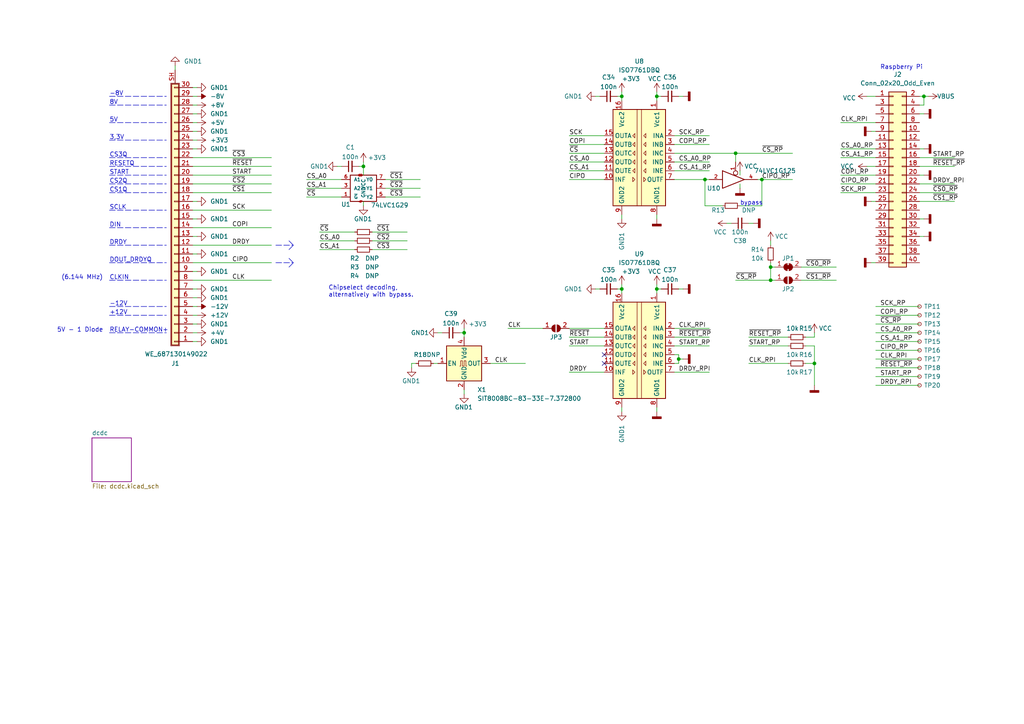
<source format=kicad_sch>
(kicad_sch (version 20210621) (generator eeschema)
  (paper "A4")
  (lib_symbols
    (symbol "74xGxx:74LVC1G125" (pin_names (offset 1.016))
      (property "Reference" "U" (at -2.54 3.81 0))
      (property "Value" "74LVC1G125" (at 0 -3.81 0))
      (symbol "74LVC1G125_1_1"
        (pin input inverted (at 0 5.08 270) (length 3.81) (name "~") (number "1"))
        (pin input line (at -7.62 0 0) (length 3.81) (name "~") (number "2"))
        (pin power_in line (at 1.27 -1.27 270) (length 0) hide (name "GND") (number "3"))
        (pin tri_state line (at 6.35 0 180) (length 3.81) (name "~") (number "4"))
        (pin power_in line (at 1.27 1.27 90) (length 0) hide (name "VCC") (number "5"))
      )
    )
    (symbol "74xGxx:74LVC1G29" (pin_names (offset 1.016))
      (property "Reference" "U1" (at -5.08 -4.6694 0))
      (property "Value" "74LVC1G29" (at 7.62 -4.9045 0))
      (symbol "74LVC1G29_1_1"
        (pin input line (at -6.35 -2.54 0) (length 2.54) (name "~{G}") (number "1"))
        (pin output line (at 6.35 0 180) (length 2.54) (name "Y1") (number "2"))
        (pin input line (at -6.35 0 0) (length 2.54) (name "A2") (number "3"))
        (pin power_in line (at 0 -3.81 90) (length 0) (name "GND") (number "4"))
        (pin output line (at 6.35 -2.54 180) (length 2.54) (name "Y2") (number "5"))
        (pin input line (at -6.35 2.54 0) (length 2.54) (name "A1") (number "6"))
        (pin output line (at 6.35 2.54 180) (length 2.54) (name "Y0") (number "7"))
        (pin power_in line (at 0 3.81 270) (length 0) (name "VCC") (number "8"))
      )
    )
    (symbol "Connector:TestPoint_Small" (pin_numbers hide) (pin_names (offset 0.762) hide)
      (property "Reference" "TP" (at 0 3.81 0))
      (property "Value" "TestPoint_Small" (at 0 2.032 0))
      (symbol "TestPoint_Small_1_1"
        (pin passive line (at 0 0 90) (length 0) (name "1") (number "1"))
      )
    )
    (symbol "Connector_Generic:Conn_02x20_Odd_Even" (pin_names (offset 1.016) hide)
      (property "Reference" "J" (at 1.27 25.4 0))
      (property "Value" "Conn_02x20_Odd_Even" (at 1.27 -27.94 0))
      (symbol "Conn_02x20_Odd_Even_1_1"
        (pin passive line (at -5.08 22.86 0) (length 3.81) (name "Pin_1") (number "1"))
        (pin passive line (at 7.62 12.7 180) (length 3.81) (name "Pin_10") (number "10"))
        (pin passive line (at -5.08 10.16 0) (length 3.81) (name "Pin_11") (number "11"))
        (pin passive line (at 7.62 10.16 180) (length 3.81) (name "Pin_12") (number "12"))
        (pin passive line (at -5.08 7.62 0) (length 3.81) (name "Pin_13") (number "13"))
        (pin passive line (at 7.62 7.62 180) (length 3.81) (name "Pin_14") (number "14"))
        (pin passive line (at -5.08 5.08 0) (length 3.81) (name "Pin_15") (number "15"))
        (pin passive line (at 7.62 5.08 180) (length 3.81) (name "Pin_16") (number "16"))
        (pin passive line (at -5.08 2.54 0) (length 3.81) (name "Pin_17") (number "17"))
        (pin passive line (at 7.62 2.54 180) (length 3.81) (name "Pin_18") (number "18"))
        (pin passive line (at -5.08 0 0) (length 3.81) (name "Pin_19") (number "19"))
        (pin passive line (at 7.62 22.86 180) (length 3.81) (name "Pin_2") (number "2"))
        (pin passive line (at 7.62 0 180) (length 3.81) (name "Pin_20") (number "20"))
        (pin passive line (at -5.08 -2.54 0) (length 3.81) (name "Pin_21") (number "21"))
        (pin passive line (at 7.62 -2.54 180) (length 3.81) (name "Pin_22") (number "22"))
        (pin passive line (at -5.08 -5.08 0) (length 3.81) (name "Pin_23") (number "23"))
        (pin passive line (at 7.62 -5.08 180) (length 3.81) (name "Pin_24") (number "24"))
        (pin passive line (at -5.08 -7.62 0) (length 3.81) (name "Pin_25") (number "25"))
        (pin passive line (at 7.62 -7.62 180) (length 3.81) (name "Pin_26") (number "26"))
        (pin passive line (at -5.08 -10.16 0) (length 3.81) (name "Pin_27") (number "27"))
        (pin passive line (at 7.62 -10.16 180) (length 3.81) (name "Pin_28") (number "28"))
        (pin passive line (at -5.08 -12.7 0) (length 3.81) (name "Pin_29") (number "29"))
        (pin passive line (at -5.08 20.32 0) (length 3.81) (name "Pin_3") (number "3"))
        (pin passive line (at 7.62 -12.7 180) (length 3.81) (name "Pin_30") (number "30"))
        (pin passive line (at -5.08 -15.24 0) (length 3.81) (name "Pin_31") (number "31"))
        (pin passive line (at 7.62 -15.24 180) (length 3.81) (name "Pin_32") (number "32"))
        (pin passive line (at -5.08 -17.78 0) (length 3.81) (name "Pin_33") (number "33"))
        (pin passive line (at 7.62 -17.78 180) (length 3.81) (name "Pin_34") (number "34"))
        (pin passive line (at -5.08 -20.32 0) (length 3.81) (name "Pin_35") (number "35"))
        (pin passive line (at 7.62 -20.32 180) (length 3.81) (name "Pin_36") (number "36"))
        (pin passive line (at -5.08 -22.86 0) (length 3.81) (name "Pin_37") (number "37"))
        (pin passive line (at 7.62 -22.86 180) (length 3.81) (name "Pin_38") (number "38"))
        (pin passive line (at -5.08 -25.4 0) (length 3.81) (name "Pin_39") (number "39"))
        (pin passive line (at 7.62 20.32 180) (length 3.81) (name "Pin_4") (number "4"))
        (pin passive line (at 7.62 -25.4 180) (length 3.81) (name "Pin_40") (number "40"))
        (pin passive line (at -5.08 17.78 0) (length 3.81) (name "Pin_5") (number "5"))
        (pin passive line (at 7.62 17.78 180) (length 3.81) (name "Pin_6") (number "6"))
        (pin passive line (at -5.08 15.24 0) (length 3.81) (name "Pin_7") (number "7"))
        (pin passive line (at 7.62 15.24 180) (length 3.81) (name "Pin_8") (number "8"))
        (pin passive line (at -5.08 12.7 0) (length 3.81) (name "Pin_9") (number "9"))
      )
    )
    (symbol "Connector_Generic_Shielded:Conn_01x30_Shielded" (pin_names (offset 1.016) hide)
      (property "Reference" "J" (at 0.254 37.846 0))
      (property "Value" "Conn_01x30_Shielded" (at 1.016 -40.386 0))
      (symbol "Conn_01x30_Shielded_1_1"
        (pin passive line (at -5.08 35.56 0) (length 4.064) (name "Pin_1") (number "1"))
        (pin passive line (at -5.08 12.7 0) (length 4.064) (name "Pin_10") (number "10"))
        (pin passive line (at -5.08 10.16 0) (length 4.064) (name "Pin_11") (number "11"))
        (pin passive line (at -5.08 7.62 0) (length 4.064) (name "Pin_12") (number "12"))
        (pin passive line (at -5.08 5.08 0) (length 4.064) (name "Pin_13") (number "13"))
        (pin passive line (at -5.08 2.54 0) (length 4.064) (name "Pin_14") (number "14"))
        (pin passive line (at -5.08 0 0) (length 4.064) (name "Pin_15") (number "15"))
        (pin passive line (at -5.08 -2.54 0) (length 4.064) (name "Pin_16") (number "16"))
        (pin passive line (at -5.08 -5.08 0) (length 4.064) (name "Pin_17") (number "17"))
        (pin passive line (at -5.08 -7.62 0) (length 4.064) (name "Pin_18") (number "18"))
        (pin passive line (at -5.08 -10.16 0) (length 4.064) (name "Pin_19") (number "19"))
        (pin passive line (at -5.08 33.02 0) (length 4.064) (name "Pin_2") (number "2"))
        (pin passive line (at -5.08 -12.7 0) (length 4.064) (name "Pin_20") (number "20"))
        (pin passive line (at -5.08 -15.24 0) (length 4.064) (name "Pin_21") (number "21"))
        (pin passive line (at -5.08 -17.78 0) (length 4.064) (name "Pin_22") (number "22"))
        (pin passive line (at -5.08 -20.32 0) (length 4.064) (name "Pin_23") (number "23"))
        (pin passive line (at -5.08 -22.86 0) (length 4.064) (name "Pin_24") (number "24"))
        (pin passive line (at -5.08 -25.4 0) (length 4.064) (name "Pin_25") (number "25"))
        (pin passive line (at -5.08 -27.94 0) (length 4.064) (name "Pin_26") (number "26"))
        (pin passive line (at -5.08 -30.48 0) (length 4.064) (name "Pin_27") (number "27"))
        (pin passive line (at -5.08 -33.02 0) (length 4.064) (name "Pin_28") (number "28"))
        (pin passive line (at -5.08 -35.56 0) (length 4.064) (name "Pin_29") (number "29"))
        (pin passive line (at -5.08 30.48 0) (length 4.064) (name "Pin_3") (number "3"))
        (pin passive line (at -5.08 -38.1 0) (length 4.064) (name "Pin_30") (number "30"))
        (pin passive line (at -5.08 27.94 0) (length 4.064) (name "Pin_4") (number "4"))
        (pin passive line (at -5.08 25.4 0) (length 4.064) (name "Pin_5") (number "5"))
        (pin passive line (at -5.08 22.86 0) (length 4.064) (name "Pin_6") (number "6"))
        (pin passive line (at -5.08 20.32 0) (length 4.064) (name "Pin_7") (number "7"))
        (pin passive line (at -5.08 17.78 0) (length 4.064) (name "Pin_8") (number "8"))
        (pin passive line (at -5.08 15.24 0) (length 4.064) (name "Pin_9") (number "9"))
        (pin passive line (at 0 -43.18 90) (length 3.81) (name "Shield") (number "SH"))
      )
    )
    (symbol "Device:C_Small" (pin_numbers hide) (pin_names (offset 0.254) hide)
      (property "Reference" "C" (at 0.254 1.778 0))
      (property "Value" "C_Small" (at 0.254 -2.032 0))
      (symbol "C_Small_1_1"
        (pin passive line (at 0 2.54 270) (length 2.032) (name "~") (number "1"))
        (pin passive line (at 0 -2.54 90) (length 2.032) (name "~") (number "2"))
      )
    )
    (symbol "Device:R_Small" (pin_numbers hide) (pin_names (offset 0.254) hide)
      (property "Reference" "R" (at 0.762 0.508 0))
      (property "Value" "R_Small" (at 0.762 -1.016 0))
      (symbol "R_Small_1_1"
        (pin passive line (at 0 2.54 270) (length 0.762) (name "~") (number "1"))
        (pin passive line (at 0 -2.54 90) (length 0.762) (name "~") (number "2"))
      )
    )
    (symbol "Isolator:ISO7761DBQ"
      (property "Reference" "U" (at 8.255 14.605 0))
      (property "Value" "ISO7761DBQ" (at 8.255 12.065 0))
      (symbol "ISO7761DBQ_1_1"
        (pin power_in line (at -5.08 17.78 270) (length 2.54) (name "Vcc1") (number "1"))
        (pin input line (at 10.16 -5.08 180) (length 2.54) (name "INF") (number "10"))
        (pin output line (at 10.16 -2.54 180) (length 2.54) (name "OUTE") (number "11"))
        (pin output line (at 10.16 0 180) (length 2.54) (name "OUTD") (number "12"))
        (pin output line (at 10.16 2.54 180) (length 2.54) (name "OUTC") (number "13"))
        (pin output line (at 10.16 5.08 180) (length 2.54) (name "OUTB") (number "14"))
        (pin output line (at 10.16 7.62 180) (length 2.54) (name "OUTA") (number "15"))
        (pin power_in line (at 5.08 17.78 270) (length 2.54) (name "Vcc2") (number "16"))
        (pin input line (at -10.16 7.62 0) (length 2.54) (name "INA") (number "2"))
        (pin input line (at -10.16 5.08 0) (length 2.54) (name "INB") (number "3"))
        (pin input line (at -10.16 2.54 0) (length 2.54) (name "INC") (number "4"))
        (pin input line (at -10.16 0 0) (length 2.54) (name "IND") (number "5"))
        (pin input line (at -10.16 -2.54 0) (length 2.54) (name "INE") (number "6"))
        (pin output line (at -10.16 -5.08 0) (length 2.54) (name "OUTF") (number "7"))
        (pin power_in line (at -5.08 -15.24 90) (length 2.54) (name "GND1") (number "8"))
        (pin power_in line (at 5.08 -15.24 90) (length 2.54) (name "GND2") (number "9"))
      )
    )
    (symbol "Jumper:SolderJumper_2_Bridged" (pin_names (offset 0) hide)
      (property "Reference" "JP" (at 0 2.032 0))
      (property "Value" "SolderJumper_2_Bridged" (at 0 -2.54 0))
      (symbol "SolderJumper_2_Bridged_1_1"
        (pin passive line (at -3.81 0 0) (length 2.54) (name "A") (number "1"))
        (pin passive line (at 3.81 0 180) (length 2.54) (name "B") (number "2"))
      )
    )
    (symbol "Jumper:SolderJumper_2_Open" (pin_names (offset 0) hide)
      (property "Reference" "JP" (at 0 2.032 0))
      (property "Value" "SolderJumper_2_Open" (at 0 -2.54 0))
      (symbol "SolderJumper_2_Open_1_1"
        (pin passive line (at -3.81 0 0) (length 2.54) (name "A") (number "1"))
        (pin passive line (at 3.81 0 180) (length 2.54) (name "B") (number "2"))
      )
    )
    (symbol "Oscillator:TXC-7C" (pin_names (offset 0.254))
      (property "Reference" "X" (at -5.08 6.35 0))
      (property "Value" "TXC-7C" (at 1.27 -6.35 0))
      (symbol "TXC-7C_1_1"
        (pin input line (at -7.62 0 0) (length 2.54) (name "EN") (number "1"))
        (pin power_in line (at 0 -7.62 90) (length 2.54) (name "GND") (number "2"))
        (pin output line (at 7.62 0 180) (length 2.54) (name "OUT") (number "3"))
        (pin power_in line (at 0 7.62 270) (length 2.54) (name "Vdd") (number "4"))
      )
    )
    (symbol "power:+12V" (power) (pin_names (offset 0))
      (property "Value" "+12V" (at 0 3.556 0))
      (symbol "+12V_1_1"
        (pin power_in line (at 0 0 90) (length 0) hide (name "+12V") (number "1"))
      )
    )
    (symbol "power:+3.3V" (power) (pin_names (offset 0))
      (property "Value" "+3.3V" (at 0 3.556 0))
      (symbol "+3.3V_1_1"
        (pin power_in line (at 0 0 90) (length 0) hide (name "+3V3") (number "1"))
      )
    )
    (symbol "power:+4V" (power) (pin_names (offset 0))
      (property "Value" "+4V" (at 0 3.556 0))
      (symbol "+4V_1_1"
        (pin power_in line (at 0 0 90) (length 0) hide (name "+4V") (number "1"))
      )
    )
    (symbol "power:+5V" (power) (pin_names (offset 0))
      (property "Value" "+5V" (at 0 3.556 0))
      (symbol "+5V_1_1"
        (pin power_in line (at 0 0 90) (length 0) hide (name "+5V") (number "1"))
      )
    )
    (symbol "power:+8V" (power) (pin_names (offset 0))
      (property "Value" "+8V" (at 0 3.556 0))
      (symbol "+8V_1_1"
        (pin power_in line (at 0 0 90) (length 0) hide (name "+8V") (number "1"))
      )
    )
    (symbol "power:-12V" (power) (pin_names (offset 0))
      (property "Value" "-12V" (at 0 3.81 0))
      (symbol "-12V_0_0"
        (pin power_in line (at 0 0 90) (length 0) hide (name "-12V") (number "1"))
      )
    )
    (symbol "power:-8V" (power) (pin_names (offset 0))
      (property "Value" "-8V" (at 0 3.81 0))
      (symbol "-8V_0_0"
        (pin power_in line (at 0 0 90) (length 0) hide (name "-8V") (number "1"))
      )
    )
    (symbol "power:GND1" (power) (pin_names (offset 0))
      (property "Value" "GND1" (at 0 -3.81 0))
      (symbol "GND1_1_1"
        (pin power_in line (at 0 0 270) (length 0) hide (name "GND1") (number "1"))
      )
    )
    (symbol "power:GNDD" (power) (pin_names (offset 0))
      (property "Value" "GNDD" (at 0 -3.175 0))
      (symbol "GNDD_1_1"
        (pin power_in line (at 0 0 270) (length 0) hide (name "GNDD") (number "1"))
      )
    )
    (symbol "power:VBUS" (power) (pin_names (offset 0))
      (property "Value" "VBUS" (at 0 3.81 0))
      (symbol "VBUS_1_1"
        (pin power_in line (at 0 0 90) (length 0) hide (name "VBUS") (number "1"))
      )
    )
    (symbol "power:VCC" (power) (pin_names (offset 0))
      (property "Value" "VCC" (at 0 3.81 0))
      (symbol "VCC_1_1"
        (pin power_in line (at 0 0 90) (length 0) hide (name "VCC") (number "1"))
      )
    )
  )
  (junction (at 204.47 52.07))
  (junction (at 223.52 77.47))
  (junction (at 134.62 96.52))
  (junction (at 180.34 83.82))
  (junction (at 267.97 27.94))
  (junction (at 236.22 105.41))
  (junction (at 180.34 27.94))
  (junction (at 220.98 52.07))
  (junction (at 105.41 48.26))
  (junction (at 190.5 27.94))
  (junction (at 223.52 81.28))
  (junction (at 196.85 104.14))
  (junction (at 190.5 83.82))
  (junction (at 213.36 44.45))
  (no_connect (at 175.26 102.87))
  (no_connect (at 175.26 105.41))
  (wire (pts (xy 55.88 68.58) (xy 57.15 68.58)))
  (wire (pts (xy 232.41 81.28) (xy 242.57 81.28)))
  (polyline (pts (xy 31.75 88.9) (xy 48.26 88.9)))
  (polyline (pts (xy 31.75 48.26) (xy 48.26 48.26)))
  (wire (pts (xy 55.88 60.96) (xy 78.74 60.96)))
  (wire (pts (xy 165.1 97.79) (xy 175.26 97.79)))
  (wire (pts (xy 55.88 27.94) (xy 57.15 27.94)))
  (wire (pts (xy 266.7 53.34) (xy 276.86 53.34)))
  (wire (pts (xy 55.88 50.8) (xy 78.74 50.8)))
  (wire (pts (xy 191.77 83.82) (xy 190.5 83.82)))
  (wire (pts (xy 210.82 64.77) (xy 212.09 64.77)))
  (wire (pts (xy 55.88 71.12) (xy 78.74 71.12)))
  (wire (pts (xy 179.07 27.94) (xy 180.34 27.94)))
  (wire (pts (xy 254 91.44) (xy 266.7 91.44)))
  (wire (pts (xy 180.34 118.11) (xy 180.34 119.38)))
  (wire (pts (xy 55.88 88.9) (xy 57.15 88.9)))
  (wire (pts (xy 180.34 62.23) (xy 180.34 63.5)))
  (polyline (pts (xy 80.01 76.2) (xy 85.09 76.2)))
  (polyline (pts (xy 83.82 74.93) (xy 85.09 76.2)))
  (polyline (pts (xy 83.82 77.47) (xy 85.09 76.2)))
  (polyline (pts (xy 31.75 40.64) (xy 48.26 40.64)))
  (wire (pts (xy 190.5 26.67) (xy 190.5 27.94)))
  (wire (pts (xy 190.5 27.94) (xy 190.5 29.21)))
  (wire (pts (xy 243.84 45.72) (xy 254 45.72)))
  (wire (pts (xy 165.1 39.37) (xy 175.26 39.37)))
  (wire (pts (xy 55.88 55.88) (xy 78.74 55.88)))
  (wire (pts (xy 190.5 118.11) (xy 190.5 119.38)))
  (wire (pts (xy 88.9 54.61) (xy 99.06 54.61)))
  (wire (pts (xy 190.5 82.55) (xy 190.5 83.82)))
  (wire (pts (xy 266.7 43.18) (xy 267.97 43.18)))
  (wire (pts (xy 50.8 19.05) (xy 50.8 20.32)))
  (wire (pts (xy 252.73 38.1) (xy 254 38.1)))
  (wire (pts (xy 217.17 100.33) (xy 228.6 100.33)))
  (wire (pts (xy 243.84 53.34) (xy 254 53.34)))
  (wire (pts (xy 55.88 76.2) (xy 78.74 76.2)))
  (wire (pts (xy 233.68 105.41) (xy 236.22 105.41)))
  (wire (pts (xy 55.88 33.02) (xy 57.15 33.02)))
  (wire (pts (xy 236.22 97.79) (xy 236.22 96.52)))
  (wire (pts (xy 233.68 97.79) (xy 236.22 97.79)))
  (wire (pts (xy 55.88 53.34) (xy 78.74 53.34)))
  (polyline (pts (xy 31.75 91.44) (xy 48.26 91.44)))
  (wire (pts (xy 147.32 95.25) (xy 157.48 95.25)))
  (wire (pts (xy 254 101.6) (xy 266.7 101.6)))
  (wire (pts (xy 165.1 44.45) (xy 175.26 44.45)))
  (wire (pts (xy 172.72 83.82) (xy 173.99 83.82)))
  (wire (pts (xy 251.46 27.94) (xy 254 27.94)))
  (wire (pts (xy 266.7 45.72) (xy 276.86 45.72)))
  (wire (pts (xy 220.98 52.07) (xy 229.87 52.07)))
  (wire (pts (xy 219.71 52.07) (xy 220.98 52.07)))
  (wire (pts (xy 55.88 45.72) (xy 78.74 45.72)))
  (wire (pts (xy 180.34 82.55) (xy 180.34 83.82)))
  (polyline (pts (xy 31.75 96.52) (xy 48.26 96.52)))
  (wire (pts (xy 105.41 50.8) (xy 105.41 48.26)))
  (wire (pts (xy 105.41 48.26) (xy 105.41 46.99)))
  (wire (pts (xy 55.88 86.36) (xy 57.15 86.36)))
  (wire (pts (xy 196.85 27.94) (xy 198.12 27.94)))
  (wire (pts (xy 195.58 46.99) (xy 205.74 46.99)))
  (polyline (pts (xy 31.75 76.2) (xy 48.26 76.2)))
  (wire (pts (xy 223.52 77.47) (xy 223.52 81.28)))
  (wire (pts (xy 224.79 77.47) (xy 223.52 77.47)))
  (wire (pts (xy 92.71 72.39) (xy 102.87 72.39)))
  (wire (pts (xy 266.7 63.5) (xy 267.97 63.5)))
  (wire (pts (xy 125.73 105.41) (xy 127 105.41)))
  (wire (pts (xy 195.58 100.33) (xy 205.74 100.33)))
  (wire (pts (xy 111.76 52.07) (xy 121.92 52.07)))
  (wire (pts (xy 223.52 81.28) (xy 213.36 81.28)))
  (wire (pts (xy 224.79 81.28) (xy 223.52 81.28)))
  (wire (pts (xy 254 104.14) (xy 266.7 104.14)))
  (wire (pts (xy 120.65 105.41) (xy 119.38 105.41)))
  (wire (pts (xy 119.38 105.41) (xy 119.38 106.68)))
  (wire (pts (xy 165.1 49.53) (xy 175.26 49.53)))
  (wire (pts (xy 243.84 55.88) (xy 254 55.88)))
  (wire (pts (xy 142.24 105.41) (xy 152.4 105.41)))
  (wire (pts (xy 165.1 100.33) (xy 175.26 100.33)))
  (wire (pts (xy 243.84 43.18) (xy 254 43.18)))
  (wire (pts (xy 254 93.98) (xy 266.7 93.98)))
  (wire (pts (xy 92.71 67.31) (xy 102.87 67.31)))
  (wire (pts (xy 97.79 48.26) (xy 99.06 48.26)))
  (wire (pts (xy 165.1 46.99) (xy 175.26 46.99)))
  (wire (pts (xy 196.85 83.82) (xy 198.12 83.82)))
  (wire (pts (xy 266.7 58.42) (xy 276.86 58.42)))
  (wire (pts (xy 127 96.52) (xy 128.27 96.52)))
  (wire (pts (xy 254 88.9) (xy 266.7 88.9)))
  (wire (pts (xy 55.88 63.5) (xy 57.15 63.5)))
  (wire (pts (xy 198.12 104.14) (xy 196.85 104.14)))
  (wire (pts (xy 254 96.52) (xy 266.7 96.52)))
  (wire (pts (xy 180.34 26.67) (xy 180.34 27.94)))
  (wire (pts (xy 180.34 27.94) (xy 180.34 29.21)))
  (wire (pts (xy 243.84 35.56) (xy 254 35.56)))
  (polyline (pts (xy 31.75 30.48) (xy 48.26 30.48)))
  (wire (pts (xy 217.17 97.79) (xy 228.6 97.79)))
  (wire (pts (xy 111.76 54.61) (xy 121.92 54.61)))
  (wire (pts (xy 195.58 52.07) (xy 204.47 52.07)))
  (wire (pts (xy 204.47 52.07) (xy 205.74 52.07)))
  (wire (pts (xy 267.97 27.94) (xy 267.97 30.48)))
  (wire (pts (xy 266.7 30.48) (xy 267.97 30.48)))
  (polyline (pts (xy 31.75 66.04) (xy 48.26 66.04)))
  (wire (pts (xy 190.5 83.82) (xy 190.5 85.09)))
  (wire (pts (xy 105.41 58.42) (xy 105.41 59.69)))
  (wire (pts (xy 179.07 83.82) (xy 180.34 83.82)))
  (wire (pts (xy 165.1 41.91) (xy 175.26 41.91)))
  (polyline (pts (xy 31.75 81.28) (xy 48.26 81.28)))
  (wire (pts (xy 165.1 52.07) (xy 175.26 52.07)))
  (wire (pts (xy 232.41 77.47) (xy 242.57 77.47)))
  (wire (pts (xy 107.95 67.31) (xy 118.11 67.31)))
  (wire (pts (xy 55.88 58.42) (xy 57.15 58.42)))
  (wire (pts (xy 172.72 27.94) (xy 173.99 27.94)))
  (wire (pts (xy 214.63 59.69) (xy 220.98 59.69)))
  (wire (pts (xy 220.98 59.69) (xy 220.98 52.07)))
  (wire (pts (xy 252.73 58.42) (xy 254 58.42)))
  (wire (pts (xy 55.88 78.74) (xy 57.15 78.74)))
  (wire (pts (xy 55.88 48.26) (xy 78.74 48.26)))
  (wire (pts (xy 55.88 35.56) (xy 57.15 35.56)))
  (wire (pts (xy 92.71 69.85) (xy 102.87 69.85)))
  (wire (pts (xy 217.17 64.77) (xy 218.44 64.77)))
  (wire (pts (xy 195.58 95.25) (xy 205.74 95.25)))
  (wire (pts (xy 57.15 25.4) (xy 55.88 25.4)))
  (wire (pts (xy 55.88 40.64) (xy 57.15 40.64)))
  (wire (pts (xy 223.52 69.85) (xy 223.52 71.12)))
  (wire (pts (xy 204.47 59.69) (xy 204.47 52.07)))
  (wire (pts (xy 209.55 59.69) (xy 204.47 59.69)))
  (polyline (pts (xy 31.75 71.12) (xy 48.26 71.12)))
  (wire (pts (xy 254 106.68) (xy 266.7 106.68)))
  (wire (pts (xy 134.62 96.52) (xy 134.62 97.79)))
  (wire (pts (xy 195.58 97.79) (xy 205.74 97.79)))
  (polyline (pts (xy 31.75 35.56) (xy 48.26 35.56)))
  (wire (pts (xy 55.88 96.52) (xy 57.15 96.52)))
  (wire (pts (xy 195.58 39.37) (xy 205.74 39.37)))
  (wire (pts (xy 165.1 107.95) (xy 175.26 107.95)))
  (wire (pts (xy 217.17 105.41) (xy 228.6 105.41)))
  (wire (pts (xy 180.34 83.82) (xy 180.34 85.09)))
  (wire (pts (xy 88.9 52.07) (xy 99.06 52.07)))
  (wire (pts (xy 266.7 55.88) (xy 276.86 55.88)))
  (wire (pts (xy 191.77 27.94) (xy 190.5 27.94)))
  (wire (pts (xy 236.22 105.41) (xy 236.22 111.76)))
  (wire (pts (xy 236.22 100.33) (xy 236.22 105.41)))
  (wire (pts (xy 233.68 100.33) (xy 236.22 100.33)))
  (wire (pts (xy 107.95 72.39) (xy 118.11 72.39)))
  (wire (pts (xy 133.35 96.52) (xy 134.62 96.52)))
  (polyline (pts (xy 31.75 50.8) (xy 48.26 50.8)))
  (polyline (pts (xy 31.75 60.96) (xy 48.26 60.96)))
  (wire (pts (xy 111.76 57.15) (xy 121.92 57.15)))
  (wire (pts (xy 134.62 113.03) (xy 134.62 114.3)))
  (polyline (pts (xy 80.01 71.12) (xy 85.09 71.12)))
  (polyline (pts (xy 83.82 69.85) (xy 85.09 71.12)))
  (wire (pts (xy 213.36 46.99) (xy 213.36 44.45)))
  (wire (pts (xy 55.88 38.1) (xy 57.15 38.1)))
  (wire (pts (xy 55.88 66.04) (xy 78.74 66.04)))
  (wire (pts (xy 195.58 49.53) (xy 205.74 49.53)))
  (wire (pts (xy 195.58 107.95) (xy 205.74 107.95)))
  (wire (pts (xy 165.1 95.25) (xy 175.26 95.25)))
  (wire (pts (xy 88.9 57.15) (xy 99.06 57.15)))
  (wire (pts (xy 195.58 44.45) (xy 213.36 44.45)))
  (wire (pts (xy 213.36 44.45) (xy 229.87 44.45)))
  (polyline (pts (xy 31.75 45.72) (xy 48.26 45.72)))
  (wire (pts (xy 254 111.76) (xy 266.7 111.76)))
  (wire (pts (xy 55.88 73.66) (xy 57.15 73.66)))
  (wire (pts (xy 55.88 93.98) (xy 57.15 93.98)))
  (wire (pts (xy 55.88 91.44) (xy 57.15 91.44)))
  (wire (pts (xy 55.88 81.28) (xy 78.74 81.28)))
  (wire (pts (xy 190.5 62.23) (xy 190.5 63.5)))
  (wire (pts (xy 134.62 96.52) (xy 134.62 95.25)))
  (wire (pts (xy 252.73 76.2) (xy 254 76.2)))
  (wire (pts (xy 266.7 68.58) (xy 267.97 68.58)))
  (wire (pts (xy 55.88 83.82) (xy 57.15 83.82)))
  (polyline (pts (xy 31.75 27.94) (xy 48.26 27.94)))
  (polyline (pts (xy 31.75 53.34) (xy 48.26 53.34)))
  (wire (pts (xy 266.7 33.02) (xy 267.97 33.02)))
  (wire (pts (xy 195.58 105.41) (xy 196.85 105.41)))
  (polyline (pts (xy 31.75 55.88) (xy 48.26 55.88)))
  (wire (pts (xy 266.7 48.26) (xy 276.86 48.26)))
  (wire (pts (xy 55.88 30.48) (xy 57.15 30.48)))
  (wire (pts (xy 251.46 48.26) (xy 254 48.26)))
  (wire (pts (xy 195.58 102.87) (xy 196.85 102.87)))
  (wire (pts (xy 196.85 102.87) (xy 196.85 104.14)))
  (wire (pts (xy 196.85 104.14) (xy 196.85 105.41)))
  (wire (pts (xy 267.97 27.94) (xy 269.24 27.94)))
  (wire (pts (xy 266.7 27.94) (xy 267.97 27.94)))
  (wire (pts (xy 104.14 48.26) (xy 105.41 48.26)))
  (wire (pts (xy 55.88 43.18) (xy 57.15 43.18)))
  (wire (pts (xy 266.7 50.8) (xy 267.97 50.8)))
  (wire (pts (xy 214.63 49.53) (xy 214.63 50.8)))
  (wire (pts (xy 107.95 69.85) (xy 118.11 69.85)))
  (wire (pts (xy 223.52 76.2) (xy 223.52 77.47)))
  (wire (pts (xy 195.58 41.91) (xy 205.74 41.91)))
  (wire (pts (xy 55.88 99.06) (xy 57.15 99.06)))
  (wire (pts (xy 254 109.22) (xy 266.7 109.22)))
  (polyline (pts (xy 83.82 72.39) (xy 85.09 71.12)))
  (wire (pts (xy 243.84 50.8) (xy 254 50.8)))
  (wire (pts (xy 254 99.06) (xy 266.7 99.06)))
  (wire (pts (xy 214.63 53.34) (xy 214.63 54.61)))
  (text "CLKIN" (at 31.75 81.28 0) (effects (font (size 1.27 1.27)) (justify left bottom)))
  (text "3,3V" (at 31.75 40.64 0) (effects (font (size 1.27 1.27)) (justify left bottom)))
  (text "DIN" (at 31.75 66.04 0) (effects (font (size 1.27 1.27)) (justify left bottom)))
  (text "(6.144 MHz)" (at 17.78 81.28 0) (effects (font (size 1.27 1.27)) (justify left bottom)))
  (text "-12V" (at 31.75 88.9 0) (effects (font (size 1.27 1.27)) (justify left bottom)))
  (text "RELAY-COMMON+" (at 31.75 96.52 0) (effects (font (size 1.27 1.27)) (justify left bottom)))
  (text "DRDY" (at 31.75 71.12 0) (effects (font (size 1.27 1.27)) (justify left bottom)))
  (text "Raspberry Pi" (at 255.27 20.32 0) (effects (font (size 1.27 1.27)) (justify left bottom)))
  (text "-8V" (at 31.75 27.94 0) (effects (font (size 1.27 1.27)) (justify left bottom)))
  (text "CS1Q" (at 31.75 55.88 0) (effects (font (size 1.27 1.27)) (justify left bottom)))
  (text "Chipselect decoding,\nalternatively with bypass." (at 95.25 86.36 0) (effects (font (size 1.27 1.27)) (justify left bottom)))
  (text "8V" (at 31.75 30.48 0) (effects (font (size 1.27 1.27)) (justify left bottom)))
  (text "bypass" (at 214.63 59.69 0) (effects (font (size 1.27 1.27)) (justify left bottom)))
  (text "START" (at 31.75 50.8 0) (effects (font (size 1.27 1.27)) (justify left bottom)))
  (text "CS3Q" (at 31.75 45.72 0) (effects (font (size 1.27 1.27)) (justify left bottom)))
  (text "RESETQ" (at 31.75 48.26 0) (effects (font (size 1.27 1.27)) (justify left bottom)))
  (text "SCLK" (at 31.75 60.96 0) (effects (font (size 1.27 1.27)) (justify left bottom)))
  (text "5V" (at 31.75 35.56 0) (effects (font (size 1.27 1.27)) (justify left bottom)))
  (text "DOUT_DRDYQ" (at 31.75 76.2 0) (effects (font (size 1.27 1.27)) (justify left bottom)))
  (text "+12V" (at 31.75 91.44 0) (effects (font (size 1.27 1.27)) (justify left bottom)))
  (text "CS2Q" (at 31.75 53.34 0) (effects (font (size 1.27 1.27)) (justify left bottom)))
  (text "5V - 1 Diode" (at 16.51 96.52 0) (effects (font (size 1.27 1.27)) (justify left bottom)))
  (label "CLK_RPI" (at 217.17 105.41 0))
  (label "~{CS3}" (at 67.31 45.72 0))
  (label "~{RESET_RP}" (at 217.17 97.79 0))
  (label "~{CS}" (at 165.1 44.45 0))
  (label "CS_A1" (at 165.1 49.53 0))
  (label "CIPO_RP" (at 243.84 53.34 0))
  (label "COPI" (at 67.31 66.04 0))
  (label "DRDY_RPI" (at 255.27 111.76 0))
  (label "CLK" (at 143.51 105.41 0))
  (label "~{CS2}" (at 113.03 54.61 0))
  (label "CLK" (at 147.32 95.25 0))
  (label "~{CS2}" (at 109.22 69.85 0))
  (label "~{CS_RP}" (at 213.36 81.28 0))
  (label "DRDY_RPI" (at 270.51 53.34 0))
  (label "~{CS3}" (at 109.22 72.39 0))
  (label "START" (at 165.1 100.33 0))
  (label "~{CS0_RP}" (at 233.68 77.47 0))
  (label "CS_A0_RP" (at 196.85 46.99 0))
  (label "~{CS_RP}" (at 220.98 44.45 0))
  (label "CIPO" (at 67.31 76.2 0))
  (label "~{CS1_RP}" (at 233.68 81.28 0))
  (label "CLK_RPI" (at 243.84 35.56 0))
  (label "SCK" (at 165.1 39.37 0))
  (label "COPI_RP" (at 196.85 41.91 0))
  (label "~{CS1}" (at 67.31 55.88 0))
  (label "~{CS0_RP}" (at 270.51 55.88 0))
  (label "~{RESET_RP}" (at 270.51 48.26 0))
  (label "CS_A1" (at 92.71 72.39 0))
  (label "~{RESET}" (at 165.1 97.79 0))
  (label "DRDY" (at 165.1 107.95 0))
  (label "~{RESET}" (at 67.31 48.26 0))
  (label "DRDY_RPI" (at 196.85 107.95 0))
  (label "CIPO_RP" (at 220.98 52.07 0))
  (label "CS_A0" (at 88.9 52.07 0))
  (label "CLK" (at 67.31 81.28 0))
  (label "~{CS1}" (at 113.03 52.07 0))
  (label "~{CS}" (at 92.71 67.31 0))
  (label "~{CS}" (at 88.9 57.15 0))
  (label "CS_A1_RP" (at 196.85 49.53 0))
  (label "SCK_RP" (at 255.27 88.9 0))
  (label "~{RESET_RP}" (at 196.85 97.79 0))
  (label "~{CS3}" (at 113.03 57.15 0))
  (label "START_RP" (at 196.85 100.33 0))
  (label "CS_A1" (at 88.9 54.61 0))
  (label "SCK_RP" (at 243.84 55.88 0))
  (label "CS_A1_RP" (at 243.84 45.72 0))
  (label "COPI_RP" (at 243.84 50.8 0))
  (label "CLK_RPI" (at 196.85 95.25 0))
  (label "CS_A0_RP" (at 255.27 96.52 0))
  (label "CIPO" (at 165.1 52.07 0))
  (label "~{RESET_RP}" (at 255.27 106.68 0))
  (label "START_RP" (at 217.17 100.33 0))
  (label "CLK_RPI" (at 255.27 104.14 0))
  (label "START_RP" (at 255.27 109.22 0))
  (label "~{CS1_RP}" (at 270.51 58.42 0))
  (label "~{CS2}" (at 67.31 53.34 0))
  (label "START_RP" (at 270.51 45.72 0))
  (label "CIPO_RP" (at 255.27 101.6 0))
  (label "COPI" (at 165.1 41.91 0))
  (label "COPI_RP" (at 255.27 91.44 0))
  (label "~{CS1}" (at 109.22 67.31 0))
  (label "START" (at 67.31 50.8 0))
  (label "CS_A0" (at 165.1 46.99 0))
  (label "SCK" (at 67.31 60.96 0))
  (label "CS_A0" (at 92.71 69.85 0))
  (label "DRDY" (at 67.31 71.12 0))
  (label "CS_A1_RP" (at 255.27 99.06 0))
  (label "SCK_RP" (at 196.85 39.37 0))
  (label "~{CS_RP}" (at 255.27 93.98 0))
  (label "CS_A0_RP" (at 243.84 43.18 0))
  (symbol (lib_id "power:GNDD") (at 190.5 119.38 0) (unit 1)
    (property "Reference" "#PWR067" (effects hide))
    (property "Value" "GNDD" (effects hide))
  )
  (symbol (lib_id "power:GND1") (at 97.79 48.26 270) (unit 1)
    (property "Reference" "#PWR022" (effects hide))
    (property "Value" "GND1" (at 95.25 48.26 90) (effects (justify right)))
  )
  (symbol (lib_id "Device:R_Small") (at 123.19 105.41 90) (unit 1)
    (property "Reference" "R18" (at 121.92 102.87 90))
    (property "Value" "DNP" (at 125.73 102.87 90))
    (property "Footprint" "Resistor_SMD:R_0603_1608Metric" (effects hide))
  )
  (symbol (lib_id "power:GND1") (at 172.72 27.94 270) (unit 1)
    (property "Reference" "#PWR058" (effects hide))
    (property "Value" "GND1" (at 168.91 27.94 90) (effects (justify right)))
  )
  (symbol (lib_id "Connector:TestPoint_Small") (at 266.7 96.52 0) (unit 1)
    (property "Reference" "TP14" (at 267.97 96.52 0) (effects (justify left)))
    (property "Value" "TestPoint_Small" (effects hide))
    (property "Footprint" "TestPoint:TestPoint_Pad_1.5x1.5mm" (effects hide))
  )
  (symbol (lib_id "power:GNDD") (at 252.73 76.2 270) (unit 1)
    (property "Reference" "#PWR038" (effects hide))
    (property "Value" "GNDD" (effects hide))
  )
  (symbol (lib_id "power:+3.3V") (at 105.41 46.99 0) (unit 1)
    (property "Reference" "#PWR023" (effects hide))
    (property "Value" "+3.3V" (at 106.68 45.72 0) (effects (justify left)))
  )
  (symbol (lib_id "power:GNDD") (at 252.73 58.42 270) (unit 1)
    (property "Reference" "#PWR037" (effects hide))
    (property "Value" "GNDD" (effects hide))
  )
  (symbol (lib_id "power:GND1") (at 57.15 63.5 90) (unit 1)
    (property "Reference" "#PWR011" (effects hide))
    (property "Value" "GND1" (at 60.96 63.5 90) (effects (justify right)))
  )
  (symbol (lib_id "power:+3.3V") (at 134.62 95.25 0) (unit 1)
    (property "Reference" "#PWR080" (effects hide))
    (property "Value" "+3.3V" (at 135.89 93.98 0) (effects (justify left)))
  )
  (symbol (lib_id "power:GND1") (at 57.15 38.1 90) (unit 1)
    (property "Reference" "#PWR07" (effects hide))
    (property "Value" "GND1" (at 60.96 38.1 90) (effects (justify right)))
  )
  (symbol (lib_id "Connector:TestPoint_Small") (at 266.7 111.76 0) (unit 1)
    (property "Reference" "TP20" (at 267.97 111.76 0) (effects (justify left)))
    (property "Value" "TestPoint_Small" (effects hide))
    (property "Footprint" "TestPoint:TestPoint_Pad_1.5x1.5mm" (effects hide))
  )
  (symbol (lib_id "power:GND1") (at 105.41 59.69 0) (unit 1)
    (property "Reference" "#PWR024" (effects hide))
    (property "Value" "GND1" (at 107.95 63.5 0) (effects (justify right)))
  )
  (symbol (lib_id "Device:R_Small") (at 105.41 69.85 90) (unit 1)
    (property "Reference" "R3" (at 102.87 77.47 90))
    (property "Value" "DNP" (at 107.95 77.47 90))
    (property "Footprint" "Resistor_SMD:R_0603_1608Metric" (effects hide))
  )
  (symbol (lib_id "Jumper:SolderJumper_2_Bridged") (at 228.6 77.47 0) (unit 1)
    (property "Reference" "JP1" (at 228.6 74.93 0))
    (property "Value" "SolderJumper_2_Bridged" (effects hide))
    (property "Footprint" "Jumper:SolderJumper-2_P1.3mm_Bridged_Pad1.0x1.5mm" (effects hide))
  )
  (symbol (lib_id "Connector:TestPoint_Small") (at 266.7 88.9 0) (unit 1)
    (property "Reference" "TP11" (at 267.97 88.9 0) (effects (justify left)))
    (property "Value" "TestPoint_Small" (effects hide))
    (property "Footprint" "TestPoint:TestPoint_Pad_1.5x1.5mm" (effects hide))
  )
  (symbol (lib_id "Device:R_Small") (at 223.52 73.66 180) (unit 1)
    (property "Reference" "R14" (at 219.71 72.39 0))
    (property "Value" "10k" (at 219.71 74.93 0))
    (property "Footprint" "Resistor_SMD:R_0603_1608Metric" (effects hide))
  )
  (symbol (lib_id "power:VCC") (at 190.5 82.55 0) (unit 1)
    (property "Reference" "#PWR066" (effects hide))
    (property "Value" "VCC" (at 187.96 78.74 0) (effects (justify left)))
  )
  (symbol (lib_id "power:GNDD") (at 267.97 33.02 90) (unit 1)
    (property "Reference" "#PWR039" (effects hide))
    (property "Value" "GNDD" (effects hide))
  )
  (symbol (lib_id "Connector:TestPoint_Small") (at 266.7 99.06 0) (unit 1)
    (property "Reference" "TP15" (at 267.97 99.06 0) (effects (justify left)))
    (property "Value" "TestPoint_Small" (effects hide))
    (property "Footprint" "TestPoint:TestPoint_Pad_1.5x1.5mm" (effects hide))
  )
  (symbol (lib_id "power:VCC") (at 251.46 27.94 90) (unit 1)
    (property "Reference" "#PWR0101" (effects hide))
    (property "Value" "VCC" (at 248.285 28.419 90) (effects (justify left)))
  )
  (symbol (lib_id "Device:C_Small") (at 176.53 83.82 90) (unit 1)
    (property "Reference" "C35" (at 176.53 78.2913 90))
    (property "Value" "100n" (at 176.53 81.0664 90))
    (property "Footprint" "Capacitor_SMD:C_0603_1608Metric" (effects hide))
  )
  (symbol (lib_id "Connector:TestPoint_Small") (at 266.7 101.6 0) (unit 1)
    (property "Reference" "TP16" (at 267.97 101.6 0) (effects (justify left)))
    (property "Value" "TestPoint_Small" (effects hide))
    (property "Footprint" "TestPoint:TestPoint_Pad_1.5x1.5mm" (effects hide))
  )
  (symbol (lib_id "power:GND1") (at 172.72 83.82 270) (unit 1)
    (property "Reference" "#PWR059" (effects hide))
    (property "Value" "GND1" (at 168.91 83.82 90) (effects (justify right)))
  )
  (symbol (lib_id "power:GND1") (at 57.15 33.02 90) (unit 1)
    (property "Reference" "#PWR05" (effects hide))
    (property "Value" "GND1" (at 60.96 33.02 90) (effects (justify right)))
  )
  (symbol (lib_id "power:VCC") (at 251.46 48.26 90) (unit 1)
    (property "Reference" "#PWR0102" (effects hide))
    (property "Value" "VCC" (at 247.65 48.26 90) (effects (justify left)))
  )
  (symbol (lib_id "Connector:TestPoint_Small") (at 266.7 106.68 0) (unit 1)
    (property "Reference" "TP18" (at 267.97 106.68 0) (effects (justify left)))
    (property "Value" "TestPoint_Small" (effects hide))
    (property "Footprint" "TestPoint:TestPoint_Pad_1.5x1.5mm" (effects hide))
  )
  (symbol (lib_id "power:+3.3V") (at 180.34 26.67 0) (unit 1)
    (property "Reference" "#PWR060" (effects hide))
    (property "Value" "+3.3V" (at 180.34 22.86 0) (effects (justify left)))
  )
  (symbol (lib_id "power:+3.3V") (at 180.34 82.55 0) (unit 1)
    (property "Reference" "#PWR062" (effects hide))
    (property "Value" "+3.3V" (at 180.34 78.74 0) (effects (justify left)))
  )
  (symbol (lib_id "power:+5V") (at 57.15 35.56 270) (unit 1)
    (property "Reference" "#PWR06" (effects hide))
    (property "Value" "+5V" (at 60.96 35.56 90) (effects (justify left)))
  )
  (symbol (lib_id "power:GNDD") (at 190.5 63.5 0) (unit 1)
    (property "Reference" "#PWR065" (effects hide))
    (property "Value" "GNDD" (effects hide))
  )
  (symbol (lib_id "power:+3.3V") (at 57.15 40.64 270) (unit 1)
    (property "Reference" "#PWR08" (effects hide))
    (property "Value" "+3.3V" (at 60.96 40.64 90) (effects (justify left)))
  )
  (symbol (lib_id "power:VCC") (at 236.22 96.52 0) (unit 1)
    (property "Reference" "#PWR076" (effects hide))
    (property "Value" "VCC" (at 237.49 95.25 0) (effects (justify left)))
  )
  (symbol (lib_id "power:GND1") (at 57.15 25.4 90) (unit 1)
    (property "Reference" "#PWR02" (effects hide))
    (property "Value" "GND1" (at 60.96 25.4 90) (effects (justify right)))
  )
  (symbol (lib_id "power:+8V") (at 57.15 30.48 270) (unit 1)
    (property "Reference" "#PWR04" (effects hide))
    (property "Value" "+8V" (at 60.96 30.48 90) (effects (justify left)))
  )
  (symbol (lib_id "Connector:TestPoint_Small") (at 266.7 93.98 0) (unit 1)
    (property "Reference" "TP13" (at 267.97 93.98 0) (effects (justify left)))
    (property "Value" "TestPoint_Small" (effects hide))
    (property "Footprint" "TestPoint:TestPoint_Pad_1.5x1.5mm" (effects hide))
  )
  (symbol (lib_id "power:GND1") (at 50.8 19.05 180) (unit 1)
    (property "Reference" "#PWR01" (effects hide))
    (property "Value" "GND1" (at 53.34 17.78 0) (effects (justify right)))
  )
  (symbol (lib_id "Connector_Generic_Shielded:Conn_01x30_Shielded") (at 50.8 63.5 180) (unit 1)
    (property "Reference" "J1" (at 52.07 105.41 0) (effects (justify left)))
    (property "Value" "WE_687130149022" (at 60.2487 102.6792 0) (effects (justify left)))
    (property "Footprint" "Connector_FFC-FPC:Hirose_FH12-30S-0.5SH_1x30-1MP_P0.50mm_Horizontal" (effects hide))
  )
  (symbol (lib_id "Device:R_Small") (at 212.09 59.69 90) (unit 1)
    (property "Reference" "R13" (at 208.28 60.96 90))
    (property "Value" "DNP" (at 217.17 60.96 90))
    (property "Footprint" "Resistor_SMD:R_0603_1608Metric" (effects hide))
  )
  (symbol (lib_id "Device:C_Small") (at 101.6 48.26 90) (unit 1)
    (property "Reference" "C1" (at 101.6 42.7313 90))
    (property "Value" "100n" (at 101.6 45.5064 90))
    (property "Footprint" "Capacitor_SMD:C_0603_1608Metric" (effects hide))
  )
  (symbol (lib_id "Connector_Generic:Conn_02x20_Odd_Even") (at 259.08 50.8 0) (unit 1)
    (property "Reference" "J2" (at 260.35 21.59 0))
    (property "Value" "Conn_02x20_Odd_Even" (at 260.35 24.13 0))
    (property "Footprint" "Connector_PinHeader_2.54mm:PinHeader_2x20_P2.54mm_Vertical" (effects hide))
  )
  (symbol (lib_id "Connector:TestPoint_Small") (at 266.7 91.44 0) (unit 1)
    (property "Reference" "TP12" (at 267.97 91.44 0) (effects (justify left)))
    (property "Value" "TestPoint_Small" (effects hide))
    (property "Footprint" "TestPoint:TestPoint_Pad_1.5x1.5mm" (effects hide))
  )
  (symbol (lib_id "power:GND1") (at 119.38 106.68 0) (unit 1)
    (property "Reference" "#PWR078" (effects hide))
    (property "Value" "GND1" (at 121.92 110.49 0) (effects (justify right)))
  )
  (symbol (lib_id "power:GND1") (at 57.15 73.66 90) (unit 1)
    (property "Reference" "#PWR013" (effects hide))
    (property "Value" "GND1" (at 60.96 73.66 90) (effects (justify right)))
  )
  (symbol (lib_id "Device:C_Small") (at 214.63 64.77 90) (unit 1)
    (property "Reference" "C38" (at 214.63 69.85 90))
    (property "Value" "100n" (at 214.63 67.31 90))
    (property "Footprint" "Capacitor_SMD:C_0603_1608Metric" (effects hide))
  )
  (symbol (lib_id "power:+12V") (at 57.15 91.44 270) (unit 1)
    (property "Reference" "#PWR018" (effects hide))
    (property "Value" "+12V" (at 60.96 91.44 90) (effects (justify left)))
  )
  (symbol (lib_id "power:GND1") (at 57.15 78.74 90) (unit 1)
    (property "Reference" "#PWR014" (effects hide))
    (property "Value" "GND1" (at 60.96 78.74 90) (effects (justify right)))
  )
  (symbol (lib_id "power:VBUS") (at 269.24 27.94 270) (unit 1)
    (property "Reference" "#PWR044" (effects hide))
    (property "Value" "VBUS" (at 271.78 27.94 90) (effects (justify left)))
  )
  (symbol (lib_id "Isolator:ISO7761DBQ") (at 185.42 46.99 0) (mirror y) (unit 1)
    (property "Reference" "U8" (at 185.42 17.78 0))
    (property "Value" "ISO7761DBQ" (at 185.42 20.32 0))
    (property "Footprint" "Package_SO:SSOP-16_3.9x4.9mm_P0.635mm" (effects hide))
    (property "Datasheet" "https://www.ti.com/lit/ds/symlink/iso7763.pdf" (effects hide))
  )
  (symbol (lib_id "Device:R_Small") (at 231.14 97.79 90) (unit 1)
    (property "Reference" "R15" (at 233.68 95.25 90))
    (property "Value" "10k" (at 229.87 95.25 90))
    (property "Footprint" "Resistor_SMD:R_0603_1608Metric" (effects hide))
  )
  (symbol (lib_id "power:GNDD") (at 198.12 83.82 90) (unit 1)
    (property "Reference" "#PWR069" (effects hide))
    (property "Value" "GNDD" (effects hide))
  )
  (symbol (lib_id "power:GND1") (at 134.62 114.3 0) (unit 1)
    (property "Reference" "#PWR081" (effects hide))
    (property "Value" "GND1" (at 137.16 118.11 0) (effects (justify right)))
  )
  (symbol (lib_id "power:GNDD") (at 267.97 68.58 90) (unit 1)
    (property "Reference" "#PWR043" (effects hide))
    (property "Value" "GNDD" (effects hide))
  )
  (symbol (lib_id "power:GNDD") (at 267.97 63.5 90) (unit 1)
    (property "Reference" "#PWR042" (effects hide))
    (property "Value" "GNDD" (effects hide))
  )
  (symbol (lib_id "Device:R_Small") (at 231.14 100.33 90) (unit 1)
    (property "Reference" "R16" (at 233.68 102.87 90))
    (property "Value" "10k" (at 229.87 102.87 90))
    (property "Footprint" "Resistor_SMD:R_0603_1608Metric" (effects hide))
  )
  (symbol (lib_id "Device:C_Small") (at 176.53 27.94 90) (unit 1)
    (property "Reference" "C34" (at 176.53 22.4113 90))
    (property "Value" "100n" (at 176.53 25.1864 90))
    (property "Footprint" "Capacitor_SMD:C_0603_1608Metric" (effects hide))
  )
  (symbol (lib_id "Device:C_Small") (at 130.81 96.52 90) (unit 1)
    (property "Reference" "C39" (at 130.81 90.9913 90))
    (property "Value" "100n" (at 130.81 93.7664 90))
    (property "Footprint" "Capacitor_SMD:C_0603_1608Metric" (effects hide))
  )
  (symbol (lib_id "power:GND1") (at 57.15 83.82 90) (unit 1)
    (property "Reference" "#PWR015" (effects hide))
    (property "Value" "GND1" (at 60.96 83.82 90) (effects (justify right)))
  )
  (symbol (lib_id "Device:R_Small") (at 105.41 67.31 90) (unit 1)
    (property "Reference" "R2" (at 102.87 74.93 90))
    (property "Value" "DNP" (at 107.95 74.93 90))
    (property "Footprint" "Resistor_SMD:R_0603_1608Metric" (effects hide))
  )
  (symbol (lib_id "power:GNDD") (at 218.44 64.77 90) (unit 1)
    (property "Reference" "#PWR074" (effects hide))
    (property "Value" "GNDD" (effects hide))
  )
  (symbol (lib_id "power:GNDD") (at 214.63 54.61 0) (unit 1)
    (property "Reference" "#PWR073" (effects hide))
    (property "Value" "GNDD" (effects hide))
  )
  (symbol (lib_id "Device:R_Small") (at 105.41 72.39 90) (unit 1)
    (property "Reference" "R4" (at 102.87 80.01 90))
    (property "Value" "DNP" (at 107.95 80.01 90))
    (property "Footprint" "Resistor_SMD:R_0603_1608Metric" (effects hide))
  )
  (symbol (lib_id "power:VCC") (at 190.5 26.67 0) (unit 1)
    (property "Reference" "#PWR064" (effects hide))
    (property "Value" "VCC" (at 187.96 22.86 0) (effects (justify left)))
  )
  (symbol (lib_id "74xGxx:74LVC1G29") (at 105.41 54.61 0) (unit 1)
    (property "Reference" "U1" (at 100.33 59.2794 0))
    (property "Value" "74LVC1G29" (at 113.03 59.5145 0))
    (property "Footprint" "Package_SO:SSOP-8_2.95x2.8mm_P0.65mm" (effects hide))
    (property "Datasheet" "http://www.ti.com/lit/sg/scyt129e/scyt129e.pdf" (effects hide))
  )
  (symbol (lib_id "power:+4V") (at 57.15 96.52 270) (unit 1)
    (property "Reference" "#PWR020" (effects hide))
    (property "Value" "+4V" (at 60.96 96.52 90) (effects (justify left)))
  )
  (symbol (lib_id "Connector:TestPoint_Small") (at 266.7 109.22 0) (unit 1)
    (property "Reference" "TP19" (at 267.97 109.22 0) (effects (justify left)))
    (property "Value" "TestPoint_Small" (effects hide))
    (property "Footprint" "TestPoint:TestPoint_Pad_1.5x1.5mm" (effects hide))
  )
  (symbol (lib_id "power:GND1") (at 57.15 58.42 90) (unit 1)
    (property "Reference" "#PWR010" (effects hide))
    (property "Value" "GND1" (at 60.96 58.42 90) (effects (justify right)))
  )
  (symbol (lib_id "power:GNDD") (at 198.12 27.94 90) (unit 1)
    (property "Reference" "#PWR068" (effects hide))
    (property "Value" "GNDD" (effects hide))
  )
  (symbol (lib_id "Jumper:SolderJumper_2_Open") (at 228.6 81.28 0) (unit 1)
    (property "Reference" "JP2" (at 228.6 83.82 0))
    (property "Value" "SolderJumper_2_Open" (effects hide))
    (property "Footprint" "Jumper:SolderJumper-2_P1.3mm_Open_Pad1.0x1.5mm" (effects hide))
  )
  (symbol (lib_id "power:GNDD") (at 236.22 111.76 0) (unit 1)
    (property "Reference" "#PWR077" (effects hide))
    (property "Value" "GNDD" (effects hide))
  )
  (symbol (lib_id "Jumper:SolderJumper_2_Open") (at 161.29 95.25 0) (unit 1)
    (property "Reference" "JP3" (at 161.29 97.79 0))
    (property "Value" "SolderJumper_2_Open" (effects hide))
    (property "Footprint" "Jumper:SolderJumper-2_P1.3mm_Open_Pad1.0x1.5mm" (effects hide))
  )
  (symbol (lib_id "power:GNDD") (at 267.97 50.8 90) (unit 1)
    (property "Reference" "#PWR041" (effects hide))
    (property "Value" "GNDD" (effects hide))
  )
  (symbol (lib_id "power:GND1") (at 57.15 93.98 90) (unit 1)
    (property "Reference" "#PWR019" (effects hide))
    (property "Value" "GND1" (at 60.96 93.98 90) (effects (justify right)))
  )
  (symbol (lib_id "power:GNDD") (at 198.12 104.14 90) (unit 1)
    (property "Reference" "#PWR070" (effects hide))
    (property "Value" "GNDD" (effects hide))
  )
  (symbol (lib_id "power:GND1") (at 127 96.52 270) (unit 1)
    (property "Reference" "#PWR079" (effects hide))
    (property "Value" "GND1" (at 124.46 96.52 90) (effects (justify right)))
  )
  (symbol (lib_id "power:GND1") (at 57.15 86.36 90) (unit 1)
    (property "Reference" "#PWR016" (effects hide))
    (property "Value" "GND1" (at 60.96 86.36 90) (effects (justify right)))
  )
  (symbol (lib_id "power:-12V") (at 57.15 88.9 270) (unit 1)
    (property "Reference" "#PWR017" (effects hide))
    (property "Value" "-12V" (at 60.96 88.9 90) (effects (justify left)))
  )
  (symbol (lib_id "power:VCC") (at 210.82 64.77 90) (unit 1)
    (property "Reference" "#PWR071" (effects hide))
    (property "Value" "VCC" (at 210.82 67.31 90) (effects (justify left)))
  )
  (symbol (lib_id "power:GND1") (at 57.15 99.06 90) (unit 1)
    (property "Reference" "#PWR021" (effects hide))
    (property "Value" "GND1" (at 60.96 99.06 90) (effects (justify right)))
  )
  (symbol (lib_id "Device:C_Small") (at 194.31 83.82 90) (unit 1)
    (property "Reference" "C37" (at 194.31 78.2913 90))
    (property "Value" "100n" (at 194.31 81.0664 90))
    (property "Footprint" "Capacitor_SMD:C_0603_1608Metric" (effects hide))
  )
  (symbol (lib_id "power:VCC") (at 223.52 69.85 0) (unit 1)
    (property "Reference" "#PWR075" (effects hide))
    (property "Value" "VCC" (at 224.79 68.58 0) (effects (justify left)))
  )
  (symbol (lib_id "power:-8V") (at 57.15 27.94 270) (unit 1)
    (property "Reference" "#PWR03" (effects hide))
    (property "Value" "-8V" (at 60.96 27.94 90) (effects (justify left)))
  )
  (symbol (lib_id "Isolator:ISO7761DBQ") (at 185.42 102.87 0) (mirror y) (unit 1)
    (property "Reference" "U9" (at 185.42 73.66 0))
    (property "Value" "ISO7761DBQ" (at 185.42 76.2 0))
    (property "Footprint" "Package_SO:SSOP-16_3.9x4.9mm_P0.635mm" (effects hide))
    (property "Datasheet" "https://www.ti.com/lit/ds/symlink/iso7763.pdf" (effects hide))
  )
  (symbol (lib_id "power:GND1") (at 57.15 68.58 90) (unit 1)
    (property "Reference" "#PWR012" (effects hide))
    (property "Value" "GND1" (at 60.96 68.58 90) (effects (justify right)))
  )
  (symbol (lib_id "power:GND1") (at 180.34 119.38 0) (unit 1)
    (property "Reference" "#PWR063" (effects hide))
    (property "Value" "GND1" (at 180.34 123.19 90) (effects (justify right)))
  )
  (symbol (lib_id "74xGxx:74LVC1G125") (at 213.36 52.07 0) (unit 1)
    (property "Reference" "U10" (at 207.01 54.61 0))
    (property "Value" "74LVC1G125" (at 224.79 49.53 0))
    (property "Footprint" "Package_TO_SOT_SMD:SOT-23-5" (effects hide))
    (property "Datasheet" "http://www.ti.com/lit/sg/scyt129e/scyt129e.pdf" (effects hide))
  )
  (symbol (lib_id "power:GND1") (at 180.34 63.5 0) (unit 1)
    (property "Reference" "#PWR061" (effects hide))
    (property "Value" "GND1" (at 180.34 67.31 90) (effects (justify right)))
  )
  (symbol (lib_id "Device:C_Small") (at 194.31 27.94 90) (unit 1)
    (property "Reference" "C36" (at 194.31 22.4113 90))
    (property "Value" "100n" (at 194.31 25.1864 90))
    (property "Footprint" "Capacitor_SMD:C_0603_1608Metric" (effects hide))
  )
  (symbol (lib_id "Connector:TestPoint_Small") (at 266.7 104.14 0) (unit 1)
    (property "Reference" "TP17" (at 267.97 104.14 0) (effects (justify left)))
    (property "Value" "TestPoint_Small" (effects hide))
    (property "Footprint" "TestPoint:TestPoint_Pad_1.5x1.5mm" (effects hide))
  )
  (symbol (lib_id "power:VCC") (at 214.63 49.53 0) (unit 1)
    (property "Reference" "#PWR072" (effects hide))
    (property "Value" "VCC" (at 215.9 48.26 0) (effects (justify left)))
  )
  (symbol (lib_id "Oscillator:TXC-7C") (at 134.62 105.41 0) (unit 1)
    (property "Reference" "X1" (at 138.43 113.03 0) (effects (justify left)))
    (property "Value" "SIT8008BC-83-33E-7.372800" (at 138.43 115.57 0) (effects (justify left)))
    (property "Footprint" "Oscillator:Oscillator_SMD_TXC_7C-4Pin_5.0x3.2mm" (effects hide))
    (property "Datasheet" "http://www.txccorp.com/download/products/osc/7C_o.pdf" (effects hide))
  )
  (symbol (lib_id "power:GND1") (at 57.15 43.18 90) (unit 1)
    (property "Reference" "#PWR09" (effects hide))
    (property "Value" "GND1" (at 60.96 43.18 90) (effects (justify right)))
  )
  (symbol (lib_id "power:GNDD") (at 252.73 38.1 270) (unit 1)
    (property "Reference" "#PWR036" (effects hide))
    (property "Value" "GNDD" (effects hide))
  )
  (symbol (lib_id "power:GNDD") (at 267.97 43.18 90) (unit 1)
    (property "Reference" "#PWR040" (effects hide))
    (property "Value" "GNDD" (effects hide))
  )
  (symbol (lib_id "Device:R_Small") (at 231.14 105.41 90) (unit 1)
    (property "Reference" "R17" (at 233.68 107.95 90))
    (property "Value" "10k" (at 229.87 107.95 90))
    (property "Footprint" "Resistor_SMD:R_0603_1608Metric" (effects hide))
  )
  (sheet (at 26.67 127) (size 11.43 12.7) (stroke (width 0.1524) (color 132 0 132 1)) (fill (color 255 255 255 0.0000))
    (property "Sheet name" "dcdc" (at 26.67 126.2884 0) (effects (justify left bottom)))
    (property "Sheet file" "dcdc.kicad_sch" (at 26.67 140.2846 0) (effects (justify left top)))
  )
)
</source>
